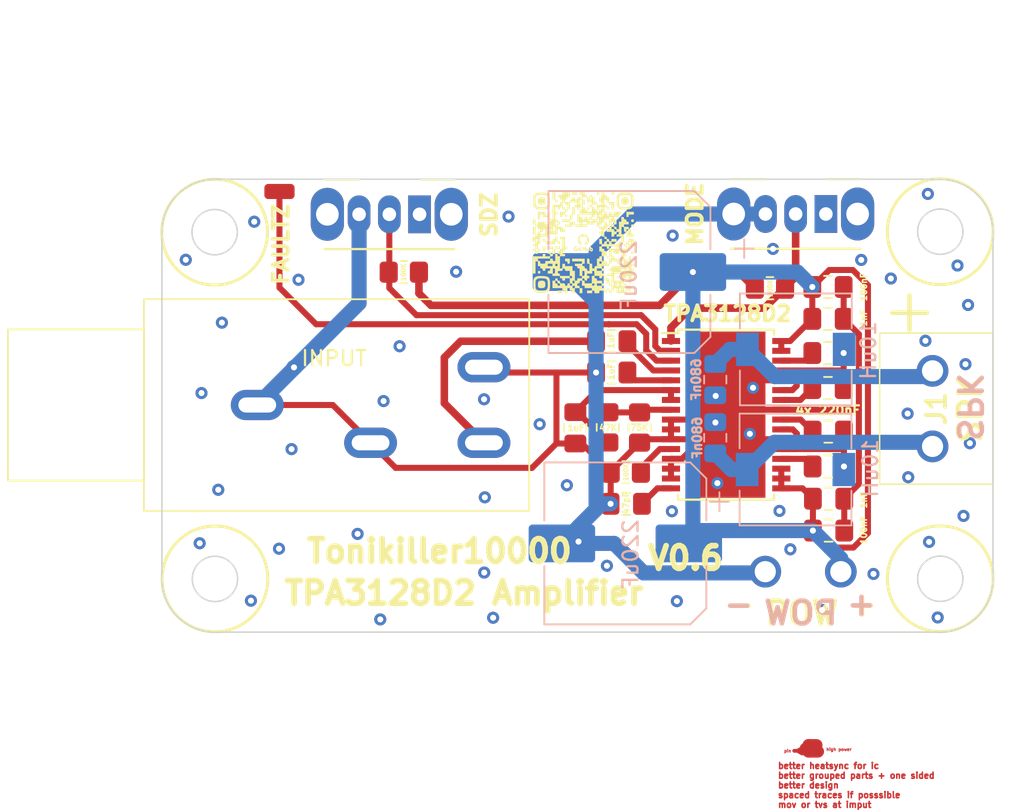
<source format=kicad_pcb>
(kicad_pcb (version 20240108) (generator "pcbnew") (generator_version "8.0")
  (layers (0 "F.Cu" signal) (31 "B.Cu" signal) (34 "B.Paste" user) (35 "F.Paste" user) (36 "B.SilkS" user "B.Silkscreen") (37 "F.SilkS" user "F.Silkscreen") (38 "B.Mask" user) (39 "F.Mask" user) (44 "Edge.Cuts" user))
  (net 0 "")
  (net 1 "MODE")
  (net 2 "SDZ")
  (net 3 "FAULTZ")
  (net 4 "Net-(U1-RINP)")
  (net 5 "Net-(U1-RINN)")
  (net 6 "Net-(U1-GVDD)")
  (net 7 "Net-(U1-GAIN{slash}SLV)")
  (net 8 "GND")
  (net 9 "MUTE")
  (net 10 "SYNC")
  (net 11 "VCC")
  (net 12 "Net-(U1-BSNL)")
  (net 13 "Net-(U1-OUTNL)")
  (net 14 "Net-(U1-BSPL)")
  (net 15 "Net-(U1-BSNR)")
  (net 16 "Net-(U1-OUTNR)")
  (net 17 "Net-(U1-BSPR)")
  (net 18 "SPK+")
  (net 19 "SPK-")
  (net 20 "Net-(C7-Pad2)")
  (footprint "Capacitor_SMD:C_0805_2012Metric_Pad1.18x1.45mm_HandSolder" (layer "F.Cu") (at 144.9 92.95 180)
    (property "Reference" "C1" (hide yes))
    (property "Value" "1nF" (at -2.33 2.02 90) (layer "F.SilkS") (effects (font (size 0.4 0.4) (thickness 0.1))))
    (pad "1" smd roundrect (at -1.0375 0 180) (size 1.175 1.45) (layers "F.Cu" "F.Paste" "F.Mask") (roundrect_rratio 0.212766) (net 8 "GND"))
    (pad "2" smd roundrect (at 1.0375 0 180) (size 1.175 1.45) (layers "F.Cu" "F.Paste" "F.Mask") (roundrect_rratio 0.212766) (net 11 "VCC"))
  )
  (footprint "Capacitor_SMD:C_0805_2012Metric_Pad1.18x1.45mm_HandSolder" (layer "F.Cu") (at 128.14 86.15 -90)
    (property "Reference" "C5" (hide yes))
    (property "Value" "1uF" (at 0 -0.04 180) (layer "F.SilkS") (effects (font (size 0.4 0.4) (thickness 0.1))))
    (pad "1" smd roundrect (at -1.0375 0 270) (size 1.175 1.45) (layers "F.Cu" "F.Paste" "F.Mask") (roundrect_rratio 0.212766) (net 6 "Net-(U1-GVDD)"))
    (pad "2" smd roundrect (at 1.0375 0 270) (size 1.175 1.45) (layers "F.Cu" "F.Paste" "F.Mask") (roundrect_rratio 0.212766) (net 8 "GND"))
  )
  (footprint "Resistor_SMD:R_0805_2012Metric_Pad1.20x1.40mm_HandSolder" (layer "F.Cu") (at 130.29 86.12 90)
    (property "Reference" "R1" (hide yes))
    (property "Value" "47K" (at -0.03 0.02 180) (layer "F.SilkS") (effects (font (size 0.4 0.4) (thickness 0.1))))
    (pad "1" smd roundrect (at -1 0 90) (size 1.2 1.4) (layers "F.Cu" "F.Paste" "F.Mask") (roundrect_rratio 0.208333) (net 6 "Net-(U1-GVDD)"))
    (pad "2" smd roundrect (at 1 0 90) (size 1.2 1.4) (layers "F.Cu" "F.Paste" "F.Mask") (roundrect_rratio 0.208333) (net 7 "Net-(U1-GAIN{slash}SLV)"))
  )
  (footprint "Capacitor_SMD:C_0805_2012Metric_Pad1.18x1.45mm_HandSolder" (layer "F.Cu") (at 144.86 83.52)
    (property "Reference" "C12" (hide yes))
    (property "Value" "220nF" (hide yes))
    (pad "1" smd roundrect (at -1.0375 0) (size 1.175 1.45) (layers "F.Cu" "F.Paste" "F.Mask") (roundrect_rratio 0.212766) (net 15 "Net-(U1-BSNR)"))
    (pad "2" smd roundrect (at 1.0375 0) (size 1.175 1.45) (layers "F.Cu" "F.Paste" "F.Mask") (roundrect_rratio 0.212766) (net 16 "Net-(U1-OUTNR)"))
  )
  (footprint "LOGO" (layer "F.Cu") (at 128.630964 73.886988)
    (property "Reference" "G***" (hide yes))
    (property "Value" "LOGO" (hide yes))
  )
  (footprint "Capacitor_SMD:C_0805_2012Metric_Pad1.18x1.45mm_HandSolder" (layer "F.Cu") (at 144.86 76.83 180)
    (property "Reference" "C4" (hide yes))
    (property "Value" "100nF" (at -2.37 0 90) (layer "F.SilkS") (effects (font (size 0.4 0.4) (thickness 0.1))))
    (pad "1" smd roundrect (at -1.0375 0 180) (size 1.175 1.45) (layers "F.Cu" "F.Paste" "F.Mask") (roundrect_rratio 0.212766) (net 8 "GND"))
    (pad "2" smd roundrect (at 1.0375 0 180) (size 1.175 1.45) (layers "F.Cu" "F.Paste" "F.Mask") (roundrect_rratio 0.212766) (net 11 "VCC"))
  )
  (footprint "Capacitor_SMD:C_0805_2012Metric_Pad1.18x1.45mm_HandSolder" (layer "F.Cu") (at 130.55 80.42 180)
    (property "Reference" "C7" (hide yes))
    (property "Value" "1uF" (at 0.04 0.05 90) (layer "F.SilkS") (effects (font (size 0.4 0.4) (thickness 0.1))))
    (pad "1" smd roundrect (at -1.0375 0 180) (size 1.175 1.45) (layers "F.Cu" "F.Paste" "F.Mask") (roundrect_rratio 0.212766) (net 4 "Net-(U1-RINP)"))
    (pad "2" smd roundrect (at 1.0375 0 180) (size 1.175 1.45) (layers "F.Cu" "F.Paste" "F.Mask") (roundrect_rratio 0.212766) (net 20 "Net-(C7-Pad2)"))
  )
  (footprint "Capacitor_SMD:C_0805_2012Metric_Pad1.18x1.45mm_HandSolder" (layer "F.Cu") (at 144.88 86.4)
    (property "Reference" "C13" (hide yes))
    (property "Value" "220nF")
    (pad "1" smd roundrect (at -1.0375 0) (size 1.175 1.45) (layers "F.Cu" "F.Paste" "F.Mask") (roundrect_rratio 0.212766) (net 14 "Net-(U1-BSPL)"))
    (pad "2" smd roundrect (at 1.0375 0) (size 1.175 1.45) (layers "F.Cu" "F.Paste" "F.Mask") (roundrect_rratio 0.212766) (net 13 "Net-(U1-OUTNL)"))
  )
  (footprint "Button_Switch_THT:SW_CuK_OS102011MA1QN1_SPDT_Angled" (layer "F.Cu") (at 144.72 72 180)
    (property "Reference" "SW1" (hide yes))
    (property "Value" "SW_SPDT" (hide yes))
    (pad "" thru_hole oval (at -2.1 0 180) (size 2.2 3.5) (drill 1.5) (layers "*.Cu" "*.Mask"))
    (pad "" thru_hole oval (at 6.1 0 180) (size 2.2 3.5) (drill 1.5) (layers "*.Cu" "*.Mask") (net 8 "GND"))
    (pad "1" thru_hole rect (at 0 0 180) (size 1.5 2.5) (drill 0.9) (layers "*.Cu" "*.Mask"))
    (pad "2" thru_hole oval (at 2 0 180) (size 1.5 2.5) (drill 0.9) (layers "*.Cu" "*.Mask") (net 1 "MODE"))
    (pad "3" thru_hole oval (at 4 0 180) (size 1.5 2.5) (drill 0.9) (layers "*.Cu" "*.Mask") (net 8 "GND"))
  )
  (footprint "Capacitor_SMD:C_0805_2012Metric_Pad1.18x1.45mm_HandSolder" (layer "F.Cu") (at 144.86 81.2)
    (property "Reference" "C11" (hide yes))
    (property "Value" "220nF")
    (pad "1" smd roundrect (at -1.0375 0) (size 1.175 1.45) (layers "F.Cu" "F.Paste" "F.Mask") (roundrect_rratio 0.212766) (net 17 "Net-(U1-BSPR)"))
    (pad "2" smd roundrect (at 1.0375 0) (size 1.175 1.45) (layers "F.Cu" "F.Paste" "F.Mask") (roundrect_rratio 0.212766) (net 16 "Net-(U1-OUTNR)"))
  )
  (footprint "KF3012P" (layer "F.Cu") (at 151.78 82.38 -90)
    (property "Reference" "J1" (at 2.5 -0.25 90) (layer "F.SilkS") (effects (font (size 1.27 1.27) (thickness 0.254))))
    (property "Value" "SPEAKER" (hide yes))
    (pad "1" thru_hole circle (at 0 0 270) (size 2.1 2.1) (drill 1.4) (layers "*.Cu" "*.Mask") (net 18 "SPK+"))
    (pad "2" thru_hole circle (at 5 0 270) (size 2.1 2.1) (drill 1.4) (layers "*.Cu" "*.Mask") (net 19 "SPK-"))
  )
  (footprint "Capacitor_SMD:C_0805_2012Metric_Pad1.18x1.45mm_HandSolder" (layer "F.Cu") (at 144.88 88.71)
    (property "Reference" "C14" (hide yes))
    (property "Value" "220nF")
    (pad "1" smd roundrect (at -1.0375 0) (size 1.175 1.45) (layers "F.Cu" "F.Paste" "F.Mask") (roundrect_rratio 0.212766) (net 12 "Net-(U1-BSNL)"))
    (pad "2" smd roundrect (at 1.0375 0) (size 1.175 1.45) (layers "F.Cu" "F.Paste" "F.Mask") (roundrect_rratio 0.212766) (net 13 "Net-(U1-OUTNL)"))
  )
  (footprint "Package_SO:HTSSOP-32-1EP_6.1x11mm_P0.65mm_EP5.2x11mm_Mask4.11x4.36mm" (layer "F.Cu") (at 138.12 85.28)
    (property "Reference" "U1" (hide yes))
    (property "Value" "TPA3128D2" (at 0.09 -6.69 0) (layer "F.SilkS") (effects (font (thickness 0.25) (bold yes))))
    (pad "1" smd rect (at -3.65 -4.875) (size 1.2 0.4) (layers "F.Cu" "F.Paste" "F.Mask") (net 1 "MODE"))
    (pad "2" smd rect (at -3.65 -4.225) (size 1.2 0.4) (layers "F.Cu" "F.Paste" "F.Mask") (net 2 "SDZ"))
    (pad "3" smd rect (at -3.65 -3.575) (size 1.2 0.4) (layers "F.Cu" "F.Paste" "F.Mask") (net 3 "FAULTZ"))
    (pad "4" smd rect (at -3.65 -2.925) (size 1.2 0.4) (layers "F.Cu" "F.Paste" "F.Mask") (net 4 "Net-(U1-RINP)"))
    (pad "5" smd rect (at -3.65 -2.275) (size 1.2 0.4) (layers "F.Cu" "F.Paste" "F.Mask") (net 5 "Net-(U1-RINN)"))
    (pad "6" smd rect (at -3.65 -1.625) (size 1.2 0.4) (layers "F.Cu" "F.Paste" "F.Mask") (net 6 "Net-(U1-GVDD)"))
    (pad "7" smd rect (at -3.65 -0.975) (size 1.2 0.4) (layers "F.Cu" "F.Paste" "F.Mask") (net 6 "Net-(U1-GVDD)"))
    (pad "8" smd rect (at -3.65 -0.325) (size 1.2 0.4) (layers "F.Cu" "F.Paste" "F.Mask") (net 7 "Net-(U1-GAIN{slash}SLV)"))
    (pad "9" smd rect (at -3.65 0.325) (size 1.2 0.4) (layers "F.Cu" "F.Paste" "F.Mask") (net 8 "GND"))
    (pad "10" smd rect (at -3.65 0.975) (size 1.2 0.4) (layers "F.Cu" "F.Paste" "F.Mask") (net 8 "GND"))
    (pad "11" smd rect (at -3.65 1.625) (size 1.2 0.4) (layers "F.Cu" "F.Paste" "F.Mask") (net 8 "GND"))
    (pad "12" smd rect (at -3.65 2.275) (size 1.2 0.4) (layers "F.Cu" "F.Paste" "F.Mask") (net 9 "MUTE"))
    (pad "13" smd rect (at -3.65 2.925) (size 1.2 0.4) (layers "F.Cu" "F.Paste" "F.Mask") (net 8 "GND"))
    (pad "14" smd rect (at -3.65 3.575) (size 1.2 0.4) (layers "F.Cu" "F.Paste" "F.Mask") (net 8 "GND"))
    (pad "15" smd rect (at -3.65 4.225) (size 1.2 0.4) (layers "F.Cu" "F.Paste" "F.Mask") (net 8 "GND"))
    (pad "16" smd rect (at -3.65 4.875) (size 1.2 0.4) (layers "F.Cu" "F.Paste" "F.Mask") (net 10 "SYNC"))
    (pad "17" smd rect (at 3.65 4.875) (size 1.2 0.4) (layers "F.Cu" "F.Paste" "F.Mask") (net 11 "VCC"))
    (pad "18" smd rect (at 3.65 4.225) (size 1.2 0.4) (layers "F.Cu" "F.Paste" "F.Mask") (net 11 "VCC"))
    (pad "19" smd rect (at 3.65 3.575) (size 1.2 0.4) (layers "F.Cu" "F.Paste" "F.Mask") (net 11 "VCC"))
    (pad "20" smd rect (at 3.65 2.925) (size 1.2 0.4) (layers "F.Cu" "F.Paste" "F.Mask") (net 12 "Net-(U1-BSNL)"))
    (pad "21" smd rect (at 3.65 2.275) (size 1.2 0.4) (layers "F.Cu" "F.Paste" "F.Mask") (net 13 "Net-(U1-OUTNL)"))
    (pad "22" smd rect (at 3.65 1.625) (size 1.2 0.4) (layers "F.Cu" "F.Paste" "F.Mask") (net 8 "GND"))
    (pad "23" smd rect (at 3.65 0.975) (size 1.2 0.4) (layers "F.Cu" "F.Paste" "F.Mask") (net 13 "Net-(U1-OUTNL)"))
    (pad "24" smd rect (at 3.65 0.325) (size 1.2 0.4) (layers "F.Cu" "F.Paste" "F.Mask") (net 14 "Net-(U1-BSPL)"))
    (pad "25" smd rect (at 3.65 -0.325) (size 1.2 0.4) (layers "F.Cu" "F.Paste" "F.Mask") (net 8 "GND"))
    (pad "26" smd rect (at 3.65 -0.975) (size 1.2 0.4) (layers "F.Cu" "F.Paste" "F.Mask") (net 15 "Net-(U1-BSNR)"))
    (pad "27" smd rect (at 3.65 -1.625) (size 1.2 0.4) (layers "F.Cu" "F.Paste" "F.Mask") (net 16 "Net-(U1-OUTNR)"))
    (pad "28" smd rect (at 3.65 -2.275) (size 1.2 0.4) (layers "F.Cu" "F.Paste" "F.Mask") (net 8 "GND"))
    (pad "29" smd rect (at 3.65 -2.925) (size 1.2 0.4) (layers "F.Cu" "F.Paste" "F.Mask") (net 16 "Net-(U1-OUTNR)"))
    (pad "30" smd rect (at 3.65 -3.575) (size 1.2 0.4) (layers "F.Cu" "F.Paste" "F.Mask") (net 17 "Net-(U1-BSPR)"))
    (pad "31" smd rect (at 3.65 -4.225) (size 1.2 0.4) (layers "F.Cu" "F.Paste" "F.Mask") (net 11 "VCC"))
    (pad "32" smd rect (at 3.65 -4.875) (size 1.2 0.4) (layers "F.Cu" "F.Paste" "F.Mask") (net 11 "VCC"))
    (pad "33" smd rect (at 0 0) (size 5.2 11) (layers "F.Cu") (net 8 "GND"))
  )
  (footprint "Resistor_SMD:R_0805_2012Metric_Pad1.20x1.40mm_HandSolder" (layer "F.Cu") (at 131.48 89.09 180)
    (property "Reference" "R3" (hide yes))
    (property "Value" "100K" (at -0.01 0 90) (layer "F.SilkS") (effects (font (size 0.3 0.3) (thickness 0.075))))
    (pad "1" smd roundrect (at -1 0 180) (size 1.2 1.4) (layers "F.Cu" "F.Paste" "F.Mask") (roundrect_rratio 0.208333) (net 9 "MUTE"))
    (pad "2" smd roundrect (at 1 0 180) (size 1.2 1.4) (layers "F.Cu" "F.Paste" "F.Mask") (roundrect_rratio 0.208333) (net 8 "GND"))
  )
  (footprint "Resistor_SMD:R_0805_2012Metric_Pad1.20x1.40mm_HandSolder" (layer "F.Cu") (at 116.79 75.85)
    (property "Reference" "R4" (hide yes))
    (property "Value" "100K" (at -0.01 0 90) (layer "F.SilkS") (effects (font (size 0.3 0.3) (thickness 0.075))))
    (pad "1" smd roundrect (at -1 0) (size 1.2 1.4) (layers "F.Cu" "F.Paste" "F.Mask") (roundrect_rratio 0.208333) (net 2 "SDZ"))
    (pad "2" smd roundrect (at 1 0) (size 1.2 1.4) (layers "F.Cu" "F.Paste" "F.Mask") (roundrect_rratio 0.208333) (net 11 "VCC"))
  )
  (footprint "Connector_Wire:SolderWirePad_1x01_SMD_1x2mm" (layer "F.Cu") (at 108.56 70.51 -90)
    (property "Reference" "REF**" (hide yes))
    (property "Value" "SolderWirePad_1x01_SMD_1x2mm")
    (pad "1" smd roundrect (at 0 0 270) (size 1 2) (layers "F.Cu" "F.Paste" "F.Mask") (net 3 "FAULTZ"))
  )
  (footprint "Capacitor_SMD:C_0805_2012Metric_Pad1.18x1.45mm_HandSolder" (layer "F.Cu") (at 144.86 78.94 180)
    (property "Reference" "C2" (hide yes))
    (property "Value" "1nF" (at -2.37 0.05 90) (layer "F.SilkS") (effects (font (size 0.4 0.4) (thickness 0.1))))
    (pad "1" smd roundrect (at -1.0375 0 180) (size 1.175 1.45) (layers "F.Cu" "F.Paste" "F.Mask") (roundrect_rratio 0.212766) (net 8 "GND"))
    (pad "2" smd roundrect (at 1.0375 0 180) (size 1.175 1.45) (layers "F.Cu" "F.Paste" "F.Mask") (roundrect_rratio 0.212766) (net 11 "VCC"))
  )
  (footprint "Capacitor_SMD:C_0805_2012Metric_Pad1.18x1.45mm_HandSolder" (layer "F.Cu") (at 131.51 91.18)
    (property "Reference" "C10" (hide yes))
    (property "Value" "47pF" (at -0.01 -0.04 90) (layer "F.SilkS") (effects (font (size 0.4 0.4) (thickness 0.1))))
    (pad "1" smd roundrect (at -1.0375 0) (size 1.175 1.45) (layers "F.Cu" "F.Paste" "F.Mask") (roundrect_rratio 0.212766) (net 8 "GND"))
    (pad "2" smd roundrect (at 1.0375 0) (size 1.175 1.45) (layers "F.Cu" "F.Paste" "F.Mask") (roundrect_rratio 0.212766) (net 10 "SYNC"))
  )
  (footprint "Resistor_SMD:R_0805_2012Metric_Pad1.20x1.40mm_HandSolder" (layer "F.Cu") (at 141.02 76.91 180)
    (property "Reference" "R5" (hide yes))
    (property "Value" "100K" (at -0.01 0 90) (layer "F.SilkS") (effects (font (size 0.3 0.3) (thickness 0.075))))
    (pad "1" smd roundrect (at -1 0 180) (size 1.2 1.4) (layers "F.Cu" "F.Paste" "F.Mask") (roundrect_rratio 0.208333) (net 1 "MODE"))
    (pad "2" smd roundrect (at 1 0 180) (size 1.2 1.4) (layers "F.Cu" "F.Paste" "F.Mask") (roundrect_rratio 0.208333) (net 11 "VCC"))
  )
  (footprint "Resistor_SMD:R_0805_2012Metric_Pad1.20x1.40mm_HandSolder" (layer "F.Cu") (at 132.39 86.13 -90)
    (property "Reference" "R2" (hide yes))
    (property "Value" "75K" (at 0 0.02 180) (layer "F.SilkS") (effects (font (size 0.4 0.4) (thickness 0.1))))
    (pad "1" smd roundrect (at -1 0 270) (size 1.2 1.4) (layers "F.Cu" "F.Paste" "F.Mask") (roundrect_rratio 0.208333) (net 7 "Net-(U1-GAIN{slash}SLV)"))
    (pad "2" smd roundrect (at 1 0 270) (size 1.2 1.4) (layers "F.Cu" "F.Paste" "F.Mask") (roundrect_rratio 0.208333) (net 8 "GND"))
  )
  (footprint "Capacitor_SMD:C_0805_2012Metric_Pad1.18x1.45mm_HandSolder" (layer "F.Cu") (at 130.55 82.49 180)
    (property "Reference" "C8" (hide yes))
    (property "Value" "1uF" (at 0.02 0.05 90) (layer "F.SilkS") (effects (font (size 0.4 0.4) (thickness 0.1))))
    (pad "1" smd roundrect (at -1.0375 0 180) (size 1.175 1.45) (layers "F.Cu" "F.Paste" "F.Mask") (roundrect_rratio 0.212766) (net 5 "Net-(U1-RINN)"))
    (pad "2" smd roundrect (at 1.0375 0 180) (size 1.175 1.45) (layers "F.Cu" "F.Paste" "F.Mask") (roundrect_rratio 0.212766) (net 8 "GND"))
  )
  (footprint "Button_Switch_THT:SW_CuK_OS102011MA1QN1_SPDT_Angled" (layer "F.Cu") (at 117.83 72.02 180)
    (property "Reference" "SW1" (hide yes))
    (property "Value" "SW_SPDT" (hide yes))
    (pad "" thru_hole oval (at -2.1 0 180) (size 2.2 3.5) (drill 1.5) (layers "*.Cu" "*.Mask"))
    (pad "" thru_hole oval (at 6.1 0 180) (size 2.2 3.5) (drill 1.5) (layers "*.Cu" "*.Mask"))
    (pad "1" thru_hole rect (at 0 0 180) (size 1.5 2.5) (drill 0.9) (layers "*.Cu" "*.Mask"))
    (pad "2" thru_hole oval (at 2 0 180) (size 1.5 2.5) (drill 0.9) (layers "*.Cu" "*.Mask") (net 2 "SDZ"))
    (pad "3" thru_hole oval (at 4 0 180) (size 1.5 2.5) (drill 0.9) (layers "*.Cu" "*.Mask") (net 8 "GND"))
  )
  (footprint "Connector_Audio:Jack_6.35mm_Neutrik_NRJ4HH-1_Horizontal" (layer "F.Cu") (at 118.09 90.14 180)
    (property "Reference" "J2" (hide yes))
    (property "Value" "INPUT" (at 5.91 8.59 0) (layer "F.SilkS"))
    (pad "G" thru_hole oval (at 11 5.5) (size 3.5 2) (drill oval 2.5 1) (layers "*.Cu" "*.Mask") (net 8 "GND"))
    (pad "R" thru_hole oval (at -4 8) (size 3.5 2) (drill oval 2.5 1) (layers "*.Cu" "*.Mask") (net 8 "GND"))
    (pad "S" thru_hole oval (at -4 3) (size 3.5 2) (drill oval 2.5 1) (layers "*.Cu" "*.Mask") (net 20 "Net-(C7-Pad2)"))
    (pad "T" thru_hole oval (at 3.5 3) (size 3.5 2) (drill oval 2.5 1) (layers "*.Cu" "*.Mask") (net 8 "GND"))
  )
  (footprint "Capacitor_SMD:C_0805_2012Metric_Pad1.18x1.45mm_HandSolder" (layer "F.Cu") (at 144.9 90.84 180)
    (property "Reference" "C3" (hide yes))
    (property "Value" "100nF" (at -2.33 -2.08 90) (layer "F.SilkS") (effects (font (size 0.4 0.4) (thickness 0.1))))
    (pad "1" smd roundrect (at -1.0375 0 180) (size 1.175 1.45) (layers "F.Cu" "F.Paste" "F.Mask") (roundrect_rratio 0.212766) (net 8 "GND"))
    (pad "2" smd roundrect (at 1.0375 0 180) (size 1.175 1.45) (layers "F.Cu" "F.Paste" "F.Mask") (roundrect_rratio 0.212766) (net 11 "VCC"))
  )
  (footprint "Inductor_SMD:L_7.3x7.3_H4.5" (layer "B.Cu") (at 142.73 80.96 180)
    (property "Reference" "L1" (hide yes))
    (property "Value" "10uH" (at -4.8 -0.07 90) (layer "B.SilkS") (effects (justify mirror)))
    (pad "1" smd rect (at -3.2 0 180) (size 1.5 2.2) (layers "B.Cu" "B.Paste" "B.Mask") (net 16 "Net-(U1-OUTNR)"))
    (pad "2" smd rect (at 3.2 0 180) (size 1.5 2.2) (layers "B.Cu" "B.Paste" "B.Mask") (net 18 "SPK+"))
  )
  (footprint "Capacitor_SMD:C_0805_2012Metric_Pad1.18x1.45mm_HandSolder" (layer "B.Cu") (at 137.4 86.8075 -90)
    (property "Reference" "C16" (hide yes))
    (property "Value" "680nF" (at 0.0125 1.19 -90) (layer "B.SilkS") (effects (font (size 0.6 0.6)) (justify mirror)))
    (pad "1" smd roundrect (at -1.0375 0 270) (size 1.175 1.45) (layers "B.Cu" "B.Paste" "B.Mask") (roundrect_rratio 0.212766) (net 8 "GND"))
    (pad "2" smd roundrect (at 1.0375 0 270) (size 1.175 1.45) (layers "B.Cu" "B.Paste" "B.Mask") (roundrect_rratio 0.212766) (net 19 "SPK-"))
  )
  (footprint "Capacitor_SMD:CP_Elec_10x10.5" (layer "B.Cu") (at 131.45 93.8 180)
    (property "Reference" "C6" (hide yes))
    (property "Value" "220uF" (at -0.35 -0.72 90) (layer "B.SilkS") (effects (justify mirror)))
    (pad "1" smd roundrect (at -4.2 0 180) (size 4.4 2.5) (layers "B.Cu" "B.Paste" "B.Mask") (roundrect_rratio 0.1) (net 11 "VCC"))
    (pad "2" smd roundrect (at 4.2 0 180) (size 4.4 2.5) (layers "B.Cu" "B.Paste" "B.Mask") (roundrect_rratio 0.1) (net 8 "GND"))
  )
  (footprint "Capacitor_SMD:C_0805_2012Metric_Pad1.18x1.45mm_HandSolder" (layer "B.Cu") (at 137.4 82.96 90)
    (property "Reference" "C15" (hide yes))
    (property "Value" "680nF" (at 0 -1.26 90) (layer "B.SilkS") (effects (font (size 0.6 0.6)) (justify mirror)))
    (pad "1" smd roundrect (at -1.0375 0 90) (size 1.175 1.45) (layers "B.Cu" "B.Paste" "B.Mask") (roundrect_rratio 0.212766) (net 8 "GND"))
    (pad "2" smd roundrect (at 1.0375 0 90) (size 1.175 1.45) (layers "B.Cu" "B.Paste" "B.Mask") (roundrect_rratio 0.212766) (net 18 "SPK+"))
  )
  (footprint "KF3012P" (layer "B.Cu") (at 145.71 95.67 180)
    (property "Reference" "J1" (hide yes))
    (property "Value" "SPEAKER" (hide yes))
    (pad "1" thru_hole circle (at 0 0 180) (size 2.1 2.1) (drill 1.4) (layers "*.Cu" "*.Mask") (net 11 "VCC"))
    (pad "2" thru_hole circle (at 5 0 180) (size 2.1 2.1) (drill 1.4) (layers "*.Cu" "*.Mask") (net 8 "GND"))
  )
  (footprint "Capacitor_SMD:CP_Elec_10x10.5" (layer "B.Cu") (at 131.72 75.84 180)
    (property "Reference" "C9" (hide yes))
    (property "Value" "220uF" (at 0.04 -0.22 90) (layer "B.SilkS") (effects (justify mirror)))
    (pad "1" smd roundrect (at -4.2 0 180) (size 4.4 2.5) (layers "B.Cu" "B.Paste" "B.Mask") (roundrect_rratio 0.1) (net 11 "VCC"))
    (pad "2" smd roundrect (at 4.2 0 180) (size 4.4 2.5) (layers "B.Cu" "B.Paste" "B.Mask") (roundrect_rratio 0.1) (net 8 "GND"))
  )
  (footprint "Inductor_SMD:L_7.3x7.3_H4.5" (layer "B.Cu") (at 142.71 88.91 180)
    (property "Reference" "L2" (hide yes))
    (property "Value" "10uH" (at -4.95 0.08 90) (layer "B.SilkS") (effects (justify mirror)))
    (pad "1" smd rect (at -3.2 0 180) (size 1.5 2.2) (layers "B.Cu" "B.Paste" "B.Mask") (net 13 "Net-(U1-OUTNL)"))
    (pad "2" smd rect (at 3.2 0 180) (size 1.5 2.2) (layers "B.Cu" "B.Paste" "B.Mask") (net 19 "SPK-"))
  )
  (gr_circle (center 152.29 73.17) (end 152.29 76.67) (stroke (width 0.2)) (fill none) (layer "F.SilkS"))
  (gr_circle (center 104.27 73.2) (end 104.27 76.7) (stroke (width 0.2)) (fill none) (layer "F.SilkS"))
  (gr_circle (center 152.29 96.14) (end 152.29 99.64) (stroke (width 0.2)) (fill none) (layer "F.SilkS"))
  (gr_circle (center 104.29 96.15) (end 104.29 99.65) (stroke (width 0.2)) (fill none) (layer "F.SilkS"))
  (gr_line (start 155.78 73.2) (end 155.78 96.17) (stroke (width 0.1)) (layer "Edge.Cuts"))
  (gr_arc (start 155.78 96.17) (mid 154.754874 98.644874) (end 152.28 99.67) (stroke (width 0.1)) (layer "Edge.Cuts"))
  (gr_circle (center 152.29 96.14) (end 152.29 97.64) (stroke (width 0.1)) (fill none) (layer "Edge.Cuts"))
  (gr_circle (center 104.29 96.15) (end 104.29 97.65) (stroke (width 0.1)) (fill none) (layer "Edge.Cuts"))
  (gr_circle (center 152.29 73.17) (end 152.29 74.67) (stroke (width 0.1)) (fill none) (layer "Edge.Cuts"))
  (gr_line (start 152.28 99.67) (end 104.28 99.67) (stroke (width 0.1)) (layer "Edge.Cuts"))
  (gr_arc (start 152.28 69.7) (mid 154.754874 70.725126) (end 155.78 73.2) (stroke (width 0.1)) (layer "Edge.Cuts"))
  (gr_arc (start 104.28 99.67) (mid 101.805127 98.644874) (end 100.78 96.17) (stroke (width 0.1)) (layer "Edge.Cuts"))
  (gr_line (start 104.28 69.7) (end 152.28 69.7) (stroke (width 0.1)) (layer "Edge.Cuts"))
  (gr_line (start 100.78 96.17) (end 100.78 73.2) (stroke (width 0.1)) (layer "Edge.Cuts"))
  (gr_arc (start 100.78 73.2) (mid 101.805126 70.725126) (end 104.28 69.7) (stroke (width 0.1)) (layer "Edge.Cuts"))
  (gr_circle (center 104.27 73.2) (end 104.27 74.7) (stroke (width 0.1)) (fill none) (layer "Edge.Cuts"))
  (gr_text "high power " (at 144.725 107.55 0) (layer "F.Cu") (effects (font (size 0.2 0.2) (thickness 0.05) (bold yes)) (justify left bottom)))
  (gr_text "better heatsync for ic\nbetter grouped parts + one sided\nbetter design\nspaced traces if posssible\nmov or tvs at imput" (at 141.5 111.325 0) (layer "F.Cu") (effects (font (size 0.4 0.4) (thickness 0.1) (bold yes)) (justify left bottom)))
  (gr_text "pin" (at 141.925 107.65 0) (layer "F.Cu") (effects (font (size 0.2 0.2) (thickness 0.05) (bold yes)) (justify left bottom)))
  (gr_text "POW\n" (at 145.65 99.29 0) (layer "B.SilkS") (effects (font (size 1.5 1.5) (thickness 0.3) (bold yes)) (justify left bottom mirror)))
  (gr_text "-\n" (at 140.08 98.69 0) (layer "B.SilkS") (effects (font (size 1.5 1.5) (thickness 0.3) (bold yes)) (justify left bottom mirror)))
  (gr_text "+" (at 148.2 98.67 0) (layer "B.SilkS") (effects (font (size 1.5 1.5) (thickness 0.3) (bold yes)) (justify left bottom mirror)))
  (gr_text "SPK\n" (at 153.34 87.18 -90) (layer "B.SilkS") (effects (font (size 1.5 1.5) (thickness 0.3) (bold yes)) (justify left bottom mirror)))
  (gr_text "+" (at 145.99 98.69 0) (layer "F.SilkS") (effects (font (size 1.5 1.5) (thickness 0.3) (bold yes)) (justify left bottom)))
  (gr_text "-\n" (at 137.88 98.69 0) (layer "F.SilkS") (effects (font (size 1.5 1.5) (thickness 0.3) (bold yes)) (justify left bottom)))
  (gr_text "MODE" (at 136.64 74.2 90) (layer "F.SilkS") (effects (font (size 1 1) (thickness 0.25) (bold yes)) (justify left bottom)))
  (gr_text "FAULTZ" (at 109.25 76.81 90) (layer "F.SilkS") (effects (font (size 1 1) (thickness 0.25) (bold yes)) (justify left bottom)))
  (gr_text "TPA3128D2 Amplifier" (at 108.71 97.96 0) (layer "F.SilkS") (effects (font (size 1.5 1.5) (thickness 0.375) (bold yes)) (justify left bottom)))
  (gr_text "4x 220nF" (at 144.85 84.99 0) (layer "F.SilkS") (effects (font (size 0.6 0.6) (thickness 0.15) (bold yes))))
  (gr_text "+" (at 148.2 80.06 0) (layer "F.SilkS") (effects (font (size 3 3) (thickness 0.3) (bold yes)) (justify left bottom)))
  (gr_text "POW\n" (at 140.54 99.29 0) (layer "F.SilkS") (effects (font (size 1.5 1.5) (thickness 0.3) (bold yes)) (justify left bottom)))
  (gr_text "SPK\n" (at 155.17 87.31 90) (layer "F.SilkS") (effects (font (size 1.5 1.5) (thickness 0.3) (bold yes)) (justify left bottom)))
  (gr_text "V0.6" (at 132.76 95.65 0) (layer "F.SilkS") (effects (font (size 1.5 1.5) (thickness 0.375) (bold yes)) (justify left bottom)))
  (gr_text "Tonikiller10000" (at 110.18 95.19 0) (layer "F.SilkS") (effects (font (size 1.5 1.5) (thickness 0.375) (bold yes)) (justify left bottom)))
  (gr_text "SDZ" (at 123.02 73.67 90) (layer "F.SilkS") (effects (font (size 1 1) (thickness 0.25) (bold yes)) (justify left bottom)))
  (segment (start 143.575 107.15) (end 143.575 107.575) (width 0.8) (layer "F.Cu") (net 0))
  (segment (start 143.575 107.15) (end 144.1 107.15) (width 0.8) (layer "F.Cu") (net 0))
  (segment (start 142.975 107.525) (end 142.625 107.525) (width 0.25) (layer "F.Cu") (net 0))
  (segment (start 143.175 107.525) (end 143.3 107.4) (width 0.6) (layer "F.Cu") (net 0))
  (segment (start 143.3 107.4) (end 143.3 107.325) (width 0.6) (layer "F.Cu") (net 0))
  (segment (start 142.975 107.525) (end 143.175 107.525) (width 0.4) (layer "F.Cu") (net 0))
  (segment (start 143.575 107.575) (end 144.2 107.575) (width 0.8) (layer "F.Cu") (net 0))
  (segment (start 142.72 76.16) (end 142.72 72) (width 0.5) (layer "F.Cu") (net 1))
  (segment (start 135.76 78.23) (end 140.65 78.23) (width 0.5) (layer "F.Cu") (net 1))
  (segment (start 134.47 79.52) (end 135.76 78.23) (width 0.5) (layer "F.Cu") (net 1))
  (segment (start 134.47 80.405) (end 134.47 79.52) (width 0.5) (layer "F.Cu") (net 1))
  (segment (start 140.65 78.23) (end 142.72 76.16) (width 0.5) (layer "F.Cu") (net 1))
  (segment (start 133.745 81.055) (end 133.43 80.74) (width 0.4) (layer "F.Cu") (net 2))
  (segment (start 132.495 78.695) (end 117.625 78.695) (width 0.4) (layer "F.Cu") (net 2))
  (segment (start 117.625 78.695) (end 115.83 76.9) (width 0.4) (layer "F.Cu") (net 2))
  (segment (start 133.43 80.74) (end 133.43 79.63) (width 0.4) (layer "F.Cu") (net 2))
  (segment (start 134.47 81.055) (end 133.745 81.055) (width 0.4) (layer "F.Cu") (net 2))
  (segment (start 133.43 79.63) (end 132.495 78.695) (width 0.4) (layer "F.Cu") (net 2))
  (segment (start 115.83 76.9) (end 115.83 72.02) (width 0.4) (layer "F.Cu") (net 2))
  (segment (start 132.83 79.93076) (end 132.19424 79.295) (width 0.4) (layer "F.Cu") (net 3))
  (segment (start 132.19424 79.295) (end 130.375 79.295) (width 0.4) (layer "F.Cu") (net 3))
  (segment (start 130.37 79.3) (end 130.365 79.295) (width 0.4) (layer "F.Cu") (net 3))
  (segment (start 130.375 79.295) (end 130.37 79.3) (width 0.4) (layer "F.Cu") (net 3))
  (segment (start 134.47 81.705) (end 133.515 81.705) (width 0.4) (layer "F.Cu") (net 3))
  (segment (start 108.56 76.87) (end 108.56 70.51) (width 0.4) (layer "F.Cu") (net 3))
  (segment (start 130.365 79.295) (end 110.985 79.295) (width 0.4) (layer "F.Cu") (net 3))
  (segment (start 110.985 79.295) (end 108.56 76.87) (width 0.4) (layer "F.Cu") (net 3))
  (segment (start 133.515 81.705) (end 132.83 81.02) (width 0.4) (layer "F.Cu") (net 3))
  (segment (start 132.83 81.02) (end 132.83 79.93076) (width 0.4) (layer "F.Cu") (net 3))
  (segment (start 131.5875 80.6375) (end 131.5875 80.42) (width 0.4) (layer "F.Cu") (net 4))
  (segment (start 134.47 82.355) (end 133.305 82.355) (width 0.4) (layer "F.Cu") (net 4))
  (segment (start 133.305 82.355) (end 131.5875 80.6375) (width 0.4) (layer "F.Cu") (net 4))
  (segment (start 132.1025 83.005) (end 131.5875 82.49) (width 0.4) (layer "F.Cu") (net 5))
  (segment (start 134.47 83.005) (end 132.1025 83.005) (width 0.4) (layer "F.Cu") (net 5))
  (segment (start 134.47 83.655) (end 129.5975 83.655) (width 0.4) (layer "F.Cu") (net 6))
  (segment (start 134.47 83.655) (end 134.47 84.305) (width 0.4) (layer "F.Cu") (net 6))
  (segment (start 128.2825 85.1125) (end 130.29 87.12) (width 0.4) (layer "F.Cu") (net 6))
  (segment (start 128.14 85.1125) (end 128.2825 85.1125) (width 0.4) (layer "F.Cu") (net 6))
  (segment (start 129.5975 83.655) (end 128.14 85.1125) (width 0.4) (layer "F.Cu") (net 6))
  (segment (start 132.565 84.955) (end 132.39 85.13) (width 0.4) (layer "F.Cu") (net 7))
  (segment (start 132.39 85.13) (end 130.3 85.13) (width 0.4) (layer "F.Cu") (net 7))
  (segment (start 130.3 85.13) (end 130.29 85.12) (width 0.4) (layer "F.Cu") (net 7))
  (segment (start 134.47 84.955) (end 132.565 84.955) (width 0.4) (layer "F.Cu") (net 7))
  (segment (start 130.48 89.09) (end 130.48 91.1725) (width 0.4) (layer "F.Cu") (net 8))
  (segment (start 136.495 86.905) (end 137.41 85.99) (width 0.4) (layer "F.Cu") (net 8))
  (segment (start 145.9275 90.83) (end 145.9375 90.84) (width 0.4) (layer "F.Cu") (net 8))
  (segment (start 134.47 88.855) (end 134.47 89.505) (width 0.4) (layer "F.Cu") (net 8))
  (segment (start 130.48 89.04) (end 130.48 89.09) (width 0.4) (layer "F.Cu") (net 8))
  (segment (start 116.25 88.8) (end 114.59 87.14) (width 0.4) (layer "F.Cu") (net 8))
  (segment (start 139.69 86.55) (end 139.39 86.55) (width 0.4) (layer "F.Cu") (net 8))
  (segment (start 139.39 86.55) (end 138.12 85.28) (width 0.4) (layer "F.Cu") (net 8))
  (segment (start 141.77 84.955) (end 146.905 84.955) (width 0.4) (layer "F.Cu") (net 8))
  (segment (start 138.445 84.955) (end 139.9 83.5) (width 0.4) (layer "F.Cu") (net 8))
  (segment (start 140.395 83.005) (end 141.77 83.005) (width 0.4) (layer "F.Cu") (net 8))
  (segment (start 128.14 87.1875) (end 128.5775 87.1875) (width 0.4) (layer "F.Cu") (net 8))
  (segment (start 137.795 85.605) (end 138.12 85.28) (width 0.4) (layer "F.Cu") (net 8))
  (segment (start 134.47 86.905) (end 136.495 86.905) (width 0.4) (layer "F.Cu") (net 8))
  (segment (start 125.2775 88.8) (end 116.25 88.8) (width 0.4) (layer "F.Cu") (net 8))
  (segment (start 145.9375 90.84) (end 145.9375 92.95) (width 0.4) (layer "F.Cu") (net 8))
  (segment (start 139.9 83.5) (end 140.395 83.005) (width 0.4) (layer "F.Cu") (net 8))
  (segment (start 145.8975 78.94) (end 145.8975 78.9475) (width 0.4) (layer "F.Cu") (net 8))
  (segment (start 134.47 85.605) (end 137.795 85.605) (width 0.4) (layer "F.Cu") (net 8))
  (segment (start 129.5125 82.49) (end 127.22 82.49) (width 0.4) (layer "F.Cu") (net 8))
  (segment (start 127.22 82.49) (end 126.89 82.49) (width 0.4) (layer "F.Cu") (net 8))
  (segment (start 145.8975 76.83) (end 145.8975 78.94) (width 0.4) (layer "F.Cu") (net 8))
  (segment (start 139.745 86.905) (end 139.69 86.85) (width 0.4) (layer "F.Cu") (net 8))
  (segment (start 114.59 87.14) (end 112.09 84.64) (width 0.4) (layer "F.Cu") (net 8))
  (segment (start 146.905 79.955) (end 146.905 89.8725) (width 0.4) (layer "F.Cu") (net 8))
  (segment (start 141.77 86.905) (end 139.745 86.905) (width 0.4) (layer "F.Cu") (net 8))
  (segment (start 126.89 87.1875) (end 128.14 87.1875) (width 0.4) (layer "F.Cu") (net 8))
  (segment (start 141.77 84.955) (end 138.445 84.955) (width 0.4) (layer "F.Cu") (net 8))
  (segment (start 126.89 82.49) (end 126.89 87.1875) (width 0.4) (layer "F.Cu") (net 8))
  (segment (start 134.47 88.205) (end 134.47 88.855) (width 0.4) (layer "F.Cu") (net 8))
  (segment (start 127.22 82.49) (end 122.44 82.49) (width 0.4) (layer "F.Cu") (net 8))
  (segment (start 134.47 86.255) (end 134.47 86.905) (width 0.4) (layer "F.Cu") (net 8))
  (segment (start 135.195 88.205) (end 138.12 85.28) (width 0.4) (layer "F.Cu") (net 8))
  (segment (start 137.6 85.8) (end 138.12 85.28) (width 0.4) (layer "F.Cu") (net 8))
  (segment (start 134.47 88.205) (end 135.195 88.205) (width 0.4) (layer "F.Cu") (net 8))
  (segment (start 122.44 82.49) (end 122.09 82.14) (width 0.4) (layer "F.Cu") (net 8))
  (segment (start 132.615 86.905) (end 132.39 87.13) (width 0.4) (layer "F.Cu") (net 8))
  (segment (start 137.41 85.99) (end 137.41 85.8) (width 0.4) (layer "F.Cu") (net 8))
  (segment (start 112.09 84.64) (end 107.09 84.64) (width 0.4) (layer "F.Cu") (net 8))
  (segment (start 146.905 89.8725) (end 145.9375 90.84) (width 0.4) (layer "F.Cu") (net 8))
  (segment (start 134.47 86.905) (end 132.615 86.905) (width 0.4) (layer "F.Cu") (net 8))
  (segment (start 139.69 86.85) (end 139.69 86.55) (width 0.4) (layer "F.Cu") (net 8))
  (segment (start 126.89 87.1875) (end 125.2775 88.8) (width 0.4) (layer "F.Cu") (net 8))
  (segment (start 128.5775 87.1875) (end 130.48 89.09) (width 0.4) (layer "F.Cu") (net 8))
  (segment (start 134.47 85.605) (end 134.47 86.255) (width 0.4) (layer "F.Cu") (net 8))
  (segment (start 145.8975 78.9475) (end 146.905 79.955) (width 0.4) (layer "F.Cu") (net 8))
  (segment (start 137.41 85.8) (end 137.6 85.8) (width 0.4) (layer "F.Cu") (net 8))
  (segment (start 132.39 87.13) (end 130.48 89.04) (width 0.4) (layer "F.Cu") (net 8))
  (segment (start 130.48 91.1725) (end 130.4725 91.18) (width 0.4) (layer "F.Cu") (net 8))
  (via (at 134.58 73.43) (size 0.8) (drill 0.4) (layers "F.Cu" "B.Cu") (net 8))
  (via (at 149.02 76.27) (size 0.8) (drill 0.4) (layers "F.Cu" "B.Cu") (net 8))
  (via (at 151.55 93.7) (size 0.8) (drill 0.4) (layers "F.Cu" "B.Cu") (net 8))
  (via (at 137.41 85.8) (size 0.8) (drill 0.4) (layers "F.Cu" "B.Cu") (net 8))
  (via (at 129.5125 82.49) (size 0.8) (drill 0.4) (layers "F.Cu" "B.Cu") (net 8))
  (via (at 154.13 78.02) (size 0.8) (drill 0.4) (layers "F.Cu" "B.Cu") (net 8))
  (via (at 122.11 95.73) (size 0.8) (drill 0.4) (layers "F.Cu" "B.Cu") (net 8))
  (via (at 106.67 97.59) (size 0.8) (drill 0.4) (layers "F.Cu" "B.Cu") (net 8))
  (via (at 139.69 86.55) (size 0.8) (drill 0.4) (layers "F.Cu" "B.Cu") (net 8))
  (via (at 120.25 75.82) (size 0.8) (drill 0.4) (layers "F.Cu" "B.Cu") (net 8))
  (via (at 137.54 89.81) (size 0.8) (drill 0.4) (layers "F.Cu" "B.Cu") (net 8))
  (via (at 104.51 90.25) (size 0.8) (drill 0.4) (layers "F.Cu" "B.Cu") (net 8))
  (via (at 150.13 85.21) (size 0.8) (drill 0.4) (layers "F.Cu" "B.Cu") (net 8))
  (via (at 123.72 72.17) (size 0.8) (drill 0.4) (layers "F.Cu" "B.Cu") (net 8))
  (via (at 122.1 84.26) (size 0.8) (drill 0.4) (layers "F.Cu" "B.Cu") (net 8))
  (via (at 134.86 97.62) (size 0.8) (drill 0.4) (layers "F.Cu" "B.Cu") (net 8))
  (via (at 116.51 80.75) (size 0.8) (drill 0.4) (layers "F.Cu" "B.Cu") (net 8))
  (via (at 103.28 93.79) (size 0.8) (drill 0.4) (layers "F.Cu" "B.Cu") (net 8))
  (via (at 147.87 95.82) (size 0.8) (drill 0.4) (layers "F.Cu" "B.Cu") (net 8))
  (via (at 106.89 72.51) (size 0.8) (drill 0.4) (layers "F.Cu" "B.Cu") (net 8))
  (via (at 154.25 87.17) (size 0.8) (drill 0.4) (layers "F.Cu" "B.Cu") (net 8))
  (via (at 153.43 75.41) (size 0.8) (drill 0.4) (layers "F.Cu" "B.Cu") (net 8))
  (via (at 137.43 84.04) (size 0.8) (drill 0.4) (layers "F.Cu" "B.Cu") (net 8))
  (via (at 144.47 98.21) (size 0.8) (drill 0.4) (layers "F.Cu" "B.Cu") (net 8))
  (via (at 104.75 79.19) (size 0.8) (drill 0.4) (layers "F.Cu" "B.Cu") (net 8))
  (via (at 113.73 93.17) (size 0.8) (drill 0.4) (layers "F.Cu" "B.Cu") (net 8))
  (via (at 108.53 94.15) (size 0.8) (drill 0.4) (layers "F.Cu" "B.Cu") (net 8))
  (via (at 109.36 87.56) (size 0.8) (drill 0.4) (layers "F.Cu" "B.Cu") (net 8))
  (via (at 103.4 83.85) (size 0.8) (drill 0.4) (layers "F.Cu" "B.Cu") (net 8))
  (via (at 109.52 82.15) (size 0.8) (drill 0.4) (layers "F.Cu" "B.Cu") (net 8))
  (via (at 142.37 94.19) (size 0.8) (drill 0.4) (layers "F.Cu" "B.Cu") (net 8))
  (via (at 128.35 93.68) (size 0.8) (drill 0.4) (layers "F.Cu" "B.Cu") (net 8))
  (via (at 141.22 74.31) (size 0.8) (drill 0.4) (layers "F.Cu" "B.Cu") (net 8))
  (via (at 152.12 98.7) (size 0.8) (drill 0.4) (layers "F.Cu" "B.Cu") (net 8))
  (via (at 150.17 89.42) (size 0.8) (drill 0.4) (layers "F.Cu" "B.Cu") (net 8))
  (via (at 153.83 91.98) (size 0.8) (drill 0.4) (layers "F.Cu" "B.Cu") (net 8))
  (via (at 151.47 70.67) (size 0.8) (drill 0.4) (layers "F.Cu" "B.Cu") (net 8))
  (via (at 139.9 83.5) (size 0.8) (drill 0.4) (layers "F.Cu" "B.Cu") (net 8))
  (via (at 122.15 90.75) (size 0.8) (drill 0.4) (layers "F.Cu" "B.Cu") (net 8))
  (via (at 125.78 85.91) (size 0.8) (drill 0.4) (layers "F.Cu" "B.Cu") (net 8))
  (via (at 130.4725 91.18) (size 0.8) (drill 0.4) (layers "F.Cu" "B.Cu") (net 8))
  (via (at 122.7 98.72) (size 0.8) (drill 0.4) (layers "F.Cu" "B.Cu") (net 8))
  (via (at 115.45 84.38) (size 0.8) (drill 0.4) (layers "F.Cu" "B.Cu") (net 8))
  (via (at 151.31 80.39) (size 0.8) (drill 0.4) (layers "F.Cu" "B.Cu") (net 8))
  (via (at 102.36 75.03) (size 0.8) (drill 0.4) (layers "F.Cu" "B.Cu") (net 8))
  (via (at 141.65 91.65) (size 0.8) (drill 0.4) (layers "F.Cu" "B.Cu") (net 8))
  (via (at 109.82 76.35) (size 0.8) (drill 0.4) (layers "F.Cu" "B.Cu") (net 8))
  (via (at 130.23 95.28) (size 0.8) (drill 0.4) (layers "F.Cu" "B.Cu") (net 8))
  (via (at 153.96 81.94) (size 0.8) (drill 0.4) (layers "F.Cu" "B.Cu") (net 8))
  (via (at 127.58 89.95) (size 0.8) (drill 0.4) (layers "F.Cu" "B.Cu") (net 8))
  (via (at 115.23 98.83) (size 0.8) (drill 0.4) (layers "F.Cu" "B.Cu") (net 8))
  (via (at 147.06 75.04) (size 0.8) (drill 0.4) (layers "F.Cu" "B.Cu") (net 8))
  (via (at 134.53 91.67) (size 0.8) (drill 0.4) (layers "F.Cu" "B.Cu") (net 8))
  (segment (start 130.705635 93.8) (end 127.25 93.8) (width 1) (layer "B.Cu") (net 8))
  (segment (start 129.5125 91.5375) (end 128.35 92.7) (width 1) (layer "B.Cu") (net 8))
  (segment (start 128.35 92.7) (end 128.35 93.68) (width 1) (layer "B.Cu") (net 8))
  (segment (start 127.46 75.78) (end 127.3 75.78) (width 1) (layer "B.Cu") (net 8))
  (segment (start 127.52 75.84) (end 127.46 75.78) (width 1) (layer "B.Cu") (net 8))
  (segment (start 138.62 72) (end 131.99 72) (width 1) (layer "B.Cu") (net 8))
  (segment (start 127.3 75.62) (end 129.5125 77.8325) (width 1) (layer "B.Cu") (net 8))
  (segment (start 140.71 95.67) (end 140.63 95.75) (width 1) (layer "B.Cu") (net 8))
  (segment (start 109.58 82.15) (end 109.52 82.15) (width 1) (layer "B.Cu") (net 8))
  (segment (start 131.99 72) (end 129.5125 74.4775) (width 1) (layer "B.Cu") (net 8))
  (segment (start 132.655635 95.75) (end 130.705635 93.8) (width 1) (layer "B.Cu") (net 8))
  (segment (start 109.52 82.15) (end 109.52 82.21) (width 1) (layer "B.Cu") (net 8))
  (segment (start 109.52 82.21) (end 107.09 84.64) (width 1) (layer "B.Cu") (net 8))
  (segment (start 113.83 77.9) (end 109.58 82.15) (width 1) (layer "B.Cu") (net 8))
  (segment (start 127.25 93.8) (end 129.87 91.18) (width 1) (layer "B.Cu") (net 8))
  (segment (start 127.37 93.68) (end 127.25 93.8) (width 1) (layer "B.Cu") (net 8))
  (segment (start 140.63 95.75) (end 132.655635 95.75) (width 1) (layer "B.Cu") (net 8))
  (segment (start 129.5125 82.49) (end 129.5125 91.5375) (width 1) (layer "B.Cu") (net 8))
  (segment (start 129.5125 77.8325) (end 129.5125 82.49) (width 1) (layer "B.Cu") (net 8))
  (segment (start 140.72 72) (end 138.62 72) (width 1) (layer "B.Cu") (net 8))
  (segment (start 129.5125 74.4775) (end 129.5125 77.8325) (width 1) (layer "B.Cu") (net 8))
  (segment (start 129.87 91.18) (end 130.4725 91.18) (width 1) (layer "B.Cu") (net 8))
  (segment (start 128.35 93.68) (end 127.37 93.68) (width 1) (layer "B.Cu") (net 8))
  (segment (start 113.83 72.02) (end 113.83 77.9) (width 1) (layer "B.Cu") (net 8))
  (segment (start 127.3 75.78) (end 127.3 75.62) (width 1) (layer "B.Cu") (net 8))
  (segment (start 133.735 87.555) (end 132.48 88.81) (width 0.4) (layer "F.Cu") (net 9))
  (segment (start 132.48 88.81) (end 132.48 89.09) (width 0.4) (layer "F.Cu") (net 9))
  (segment (start 134.47 87.555) (end 133.735 87.555) (width 0.4) (layer "F.Cu") (net 9))
  (segment (start 134.47 90.155) (end 133.5725 90.155) (width 0.4) (layer "F.Cu") (net 10))
  (segment (start 133.5725 90.155) (end 132.5475 91.18) (width 0.4) (layer "F.Cu") (net 10))
  (segment (start 143.8625 90.84) (end 143.8625 92.95) (width 0.4) (layer "F.Cu") (net 11))
  (segment (start 141.77 89.505) (end 141.77 90.155) (width 0.4) (layer "F.Cu") (net 11))
  (segment (start 146.50424 75.705) (end 147.505 76.70576) (width 0.4) (layer "F.Cu") (net 11))
  (segment (start 117.79 75.85) (end 117.79 77.25) (width 0.5) (layer "F.Cu") (net 11))
  (segment (start 144.9475 75.705) (end 146.50424 75.705) (width 0.4) (layer "F.Cu") (net 11))
  (segment (start 142.3575 80.405) (end 143.8225 78.94) (width 0.4) (layer "F.Cu") (net 11))
  (segment (start 118.585 78.045) (end 133.715 78.045) (width 0.5) (layer "F.Cu") (net 11))
  (segment (start 144.9875 94.075) (end 143.8625 92.95) (width 0.4) (layer "F.Cu") (net 11))
  (segment (start 138.95 75.84) (end 135.92 75.84) (width 0.5) (layer "F.Cu") (net 11))
  (segment (start 147.505 76.70576) (end 147.505 93.11424) (width 0.4) (layer "F.Cu") (net 11))
  (segment (start 133.715 78.045) (end 135.92 75.84) (width 0.5) (layer "F.Cu") (net 11))
  (segment (start 117.79 77.25) (end 118.585 78.045) (width 0.5) (layer "F.Cu") (net 11))
  (segment (start 141.77 80.405) (end 142.3575 80.405) (width 0.4) (layer "F.Cu") (net 11))
  (segment (start 143.8225 76.83) (end 143.8225 78.94) (width 0.4) (layer "F.Cu") (net 11))
  (segment (start 140.02 76.91) (end 138.95 75.84) (width 0.5) (layer "F.Cu") (net 11))
  (segment (start 141.77 90.155) (end 143.1775 90.155) (width 0.4) (layer "F.Cu") (net 11))
  (segment (start 146.54424 94.075) (end 144.9875 94.075) (width 0.4) (layer "F.Cu") (net 11))
  (segment (start 141.77 88.855) (end 141.77 89.505) (width 0.4) (layer "F.Cu") (net 11))
  (segment (start 147.505 93.11424) (end 146.54424 94.075) (width 0.4) (layer "F.Cu") (net 11))
  (segment (start 141.77 80.405) (end 141.77 81.055) (width 0.4) (layer "F.Cu") (net 11))
  (segment (start 143.1775 90.155) (end 143.8625 90.84) (width 0.4) (layer "F.Cu") (net 11))
  (segment (start 143.8225 76.83) (end 144.9475 75.705) (width 0.4) (layer "F.Cu") (net 11))
  (via (at 143.8625 92.95) (size 0.8) (drill 0.4) (layers "F.Cu" "B.Cu") (net 11))
  (via (at 135.92 75.84) (size 0.8) (drill 0.4) (layers "F.Cu" "B.Cu") (net 11))
  (via (at 143.8225 76.83) (size 0.8) (drill 0.4) (layers "F.Cu" "B.Cu") (net 11))
  (via (at 145.77 95.58) (size 0.8) (drill 0.4) (layers "F.Cu" "B.Cu") (net 11))
  (segment (start 135.92 93.53) (end 135.65 93.8) (width 1) (layer "B.Cu") (net 11))
  (segment (start 135.65 93.8) (end 136.5 92.95) (width 1) (layer "B.Cu") (net 11))
  (segment (start 135.92 75.84) (end 135.92 93.53) (width 1) (layer "B.Cu") (net 11))
  (segment (start 145.71 94.7975) (end 145.71 95.67) (width 1) (layer "B.Cu") (net 11))
  (segment (start 143.8625 92.95) (end 145.71 94.7975) (width 1) (layer "B.Cu") (net 11))
  (segment (start 142.8325 75.84) (end 143.8225 76.83) (width 1) (layer "B.Cu") (net 11))
  (segment (start 135.92 75.84) (end 142.8325 75.84) (width 1) (layer "B.Cu") (net 11))
  (segment (start 136.5 92.95) (end 143.8625 92.95) (width 1) (layer "B.Cu") (net 11))
  (segment (start 143.3375 88.205) (end 143.8425 88.71) (width 0.4) (layer "F.Cu") (net 12))
  (segment (start 141.77 88.205) (end 143.3375 88.205) (width 0.4) (layer "F.Cu") (net 12))
  (segment (start 142.47 87.555) (end 145.9 87.555) (width 0.4) (layer "F.Cu") (net 13))
  (segment (start 142.785 87.555) (end 142.8 87.54) (width 0.4) (layer "F.Cu") (net 13))
  (segment (start 145.9 87.555) (end 145.9175 87.5375) (width 0.4) (layer "F.Cu") (net 13))
  (segment (start 145.9175 86.4) (end 145.9175 87.5375) (width 0.4) (layer "F.Cu") (net 13))
  (segment (start 142.8 86.53) (end 142.525 86.255) (width 0.4) (layer "F.Cu") (net 13))
  (segment (start 142.8 87.54) (end 142.8 86.53) (width 0.4) (layer "F.Cu") (net 13))
  (segment (start 141.77 87.555) (end 142.47 87.555) (width 0.4) (layer "F.Cu") (net 13))
  (segment (start 142.525 86.255) (end 141.77 86.255) (width 0.4) (layer "F.Cu") (net 13))
  (segment (start 145.9175 88.71) (end 145.9175 87.5625) (width 0.4) (layer "F.Cu") (net 13))
  (segment (start 142.47 87.555) (end 142.785 87.555) (width 0.4) (layer "F.Cu") (net 13))
  (via (at 145.9175 88.71) (size 0.8) (drill 0.4) (layers "F.Cu" "B.Cu") (net 13))
  (segment (start 143.0475 85.605) (end 143.8425 86.4) (width 0.4) (layer "F.Cu") (net 14))
  (segment (start 141.77 85.605) (end 143.0475 85.605) (width 0.4) (layer "F.Cu") (net 14))
  (segment (start 143.0375 84.305) (end 143.8225 83.52) (width 0.4) (layer "F.Cu") (net 15))
  (segment (start 141.77 84.305) (end 143.0375 84.305) (width 0.4) (layer "F.Cu") (net 15))
  (segment (start 141.77 82.355) (end 142.5 82.355) (width 0.4) (layer "F.Cu") (net 16))
  (segment (start 142.5 82.355) (end 145.8725 82.355) (width 0.4) (layer "F.Cu") (net 16))
  (segment (start 142.795 82.355) (end 142.79 82.36) (width 0.4) (layer "F.Cu") (net 16))
  (segment (start 142.79 82.36) (end 142.79 83.37) (width 0.4) (layer "F.Cu") (net 16))
  (segment (start 145.8975 82.33) (end 145.8975 81.2) (width 0.4) (layer "F.Cu") (net 16))
  (segment (start 142.5 82.355) (end 142.795 82.355) (width 0.4) (layer "F.Cu") (net 16))
  (segment (start 142.505 83.655) (end 141.77 83.655) (width 0.4) (layer "F.Cu") (net 16))
  (segment (start 142.79 83.37) (end 142.505 83.655) (width 0.4) (layer "F.Cu") (net 16))
  (segment (start 145.8975 83.52) (end 145.8975 82.33) (width 0.4) (layer "F.Cu") (net 16))
  (segment (start 145.8725 82.355) (end 145.8975 82.33) (width 0.4) (layer "F.Cu") (net 16))
  (via (at 145.8975 81.2) (size 0.8) (drill 0.4) (layers "F.Cu" "B.Cu") (net 16))
  (segment (start 143.3175 81.705) (end 143.8225 81.2) (width 0.4) (layer "F.Cu") (net 17))
  (segment (start 141.77 81.705) (end 143.3175 81.705) (width 0.4) (layer "F.Cu") (net 17))
  (segment (start 139.53 80.96) (end 141.33 82.76) (width 1) (layer "B.Cu") (net 18))
  (segment (start 137.4 81.9225) (end 138.3625 80.96) (width 1) (layer "B.Cu") (net 18))
  (segment (start 141.33 82.76) (end 151.4 82.76) (width 1) (layer "B.Cu") (net 18))
  (segment (start 138.3625 80.96) (end 139.53 80.96) (width 1) (layer "B.Cu") (net 18))
  (segment (start 151.4 82.76) (end 151.78 82.38) (width 1) (layer "B.Cu") (net 18))
  (segment (start 138.465 88.91) (end 139.51 88.91) (width 1) (layer "B.Cu") (net 19))
  (segment (start 151.51 87.11) (end 151.78 87.38) (width 1) (layer "B.Cu") (net 19))
  (segment (start 137.4 87.845) (end 138.465 88.91) (width 1) (layer "B.Cu") (net 19))
  (segment (start 141.31 87.11) (end 151.51 87.11) (width 1) (layer "B.Cu") (net 19))
  (segment (start 139.51 88.91) (end 141.31 87.11) (width 1) (layer "B.Cu") (net 19))
  (segment (start 120.55 80.42) (end 129.5125 80.42) (width 0.5) (layer "F.Cu") (net 20))
  (segment (start 119.47 84.52) (end 119.47 81.5) (width 0.5) (layer "F.Cu") (net 20))
  (segment (start 122.09 87.14) (end 119.47 84.52) (width 0.5) (layer "F.Cu") (net 20))
  (segment (start 119.47 81.5) (end 120.55 80.42) (width 0.5) (layer "F.Cu") (net 20))
)
</source>
